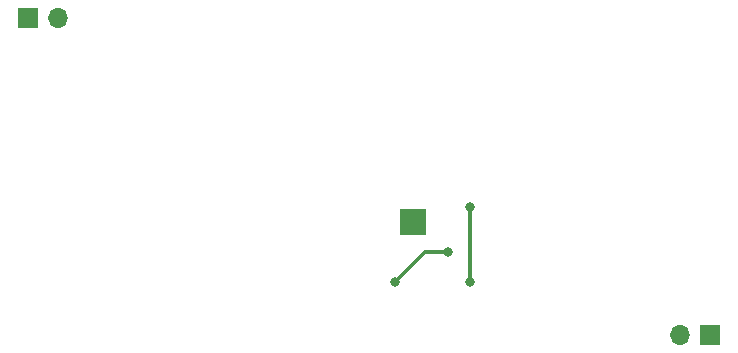
<source format=gbr>
%TF.GenerationSoftware,KiCad,Pcbnew,(6.0.9)*%
%TF.CreationDate,2023-10-08T14:17:10+03:00*%
%TF.ProjectId,power,706f7765-722e-46b6-9963-61645f706362,rev?*%
%TF.SameCoordinates,Original*%
%TF.FileFunction,Copper,L2,Bot*%
%TF.FilePolarity,Positive*%
%FSLAX46Y46*%
G04 Gerber Fmt 4.6, Leading zero omitted, Abs format (unit mm)*
G04 Created by KiCad (PCBNEW (6.0.9)) date 2023-10-08 14:17:10*
%MOMM*%
%LPD*%
G01*
G04 APERTURE LIST*
%TA.AperFunction,ComponentPad*%
%ADD10R,1.700000X1.700000*%
%TD*%
%TA.AperFunction,ComponentPad*%
%ADD11O,1.700000X1.700000*%
%TD*%
%TA.AperFunction,ComponentPad*%
%ADD12C,0.600000*%
%TD*%
%TA.AperFunction,SMDPad,CuDef*%
%ADD13R,2.300000X2.300000*%
%TD*%
%TA.AperFunction,ViaPad*%
%ADD14C,0.800000*%
%TD*%
%TA.AperFunction,Conductor*%
%ADD15C,0.300000*%
%TD*%
G04 APERTURE END LIST*
D10*
%TO.P,J1,1,Pin_1*%
%TO.N,VBAT*%
X62865000Y-35445000D03*
D11*
%TO.P,J1,2,Pin_2*%
%TO.N,GND*%
X65405000Y-35445000D03*
%TD*%
D12*
%TO.P,U2,11,PGND*%
%TO.N,GND*%
X94970000Y-52205000D03*
X95970000Y-52205000D03*
X95470000Y-52705000D03*
D13*
X95469000Y-52705000D03*
D12*
X95970000Y-53205000D03*
X94970000Y-53205000D03*
%TD*%
D10*
%TO.P,J2,1,Pin_1*%
%TO.N,5V*%
X120650000Y-62230000D03*
D11*
%TO.P,J2,2,Pin_2*%
%TO.N,GND*%
X118110000Y-62230000D03*
%TD*%
D14*
%TO.N,Net-(C5-Pad1)*%
X98425000Y-55245000D03*
X93980000Y-57785000D03*
%TO.N,5V*%
X100330000Y-57785000D03*
X100330000Y-51435000D03*
%TD*%
D15*
%TO.N,Net-(C5-Pad1)*%
X93980000Y-57785000D02*
X96520000Y-55245000D01*
X96520000Y-55245000D02*
X98425000Y-55245000D01*
%TO.N,5V*%
X100330000Y-57785000D02*
X100330000Y-51435000D01*
%TD*%
M02*

</source>
